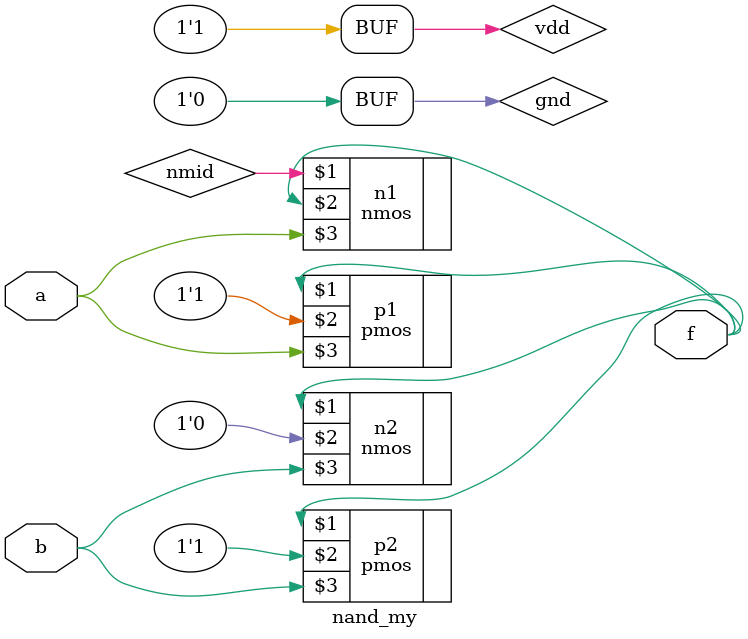
<source format=v>


module nand_my(
input a, b, 
output f
);
  wire vdd = 1'b1;
  wire gnd = 1'b0;

  // Pull-up network (PMOS)
  pmos p1(f, vdd, a);
  pmos p2(f, vdd, b);

  // Pull-down network (NMOS in series)
  wire nmid;
  nmos n1(nmid, f, a);
  nmos n2(f, gnd, b);
endmodule


</source>
